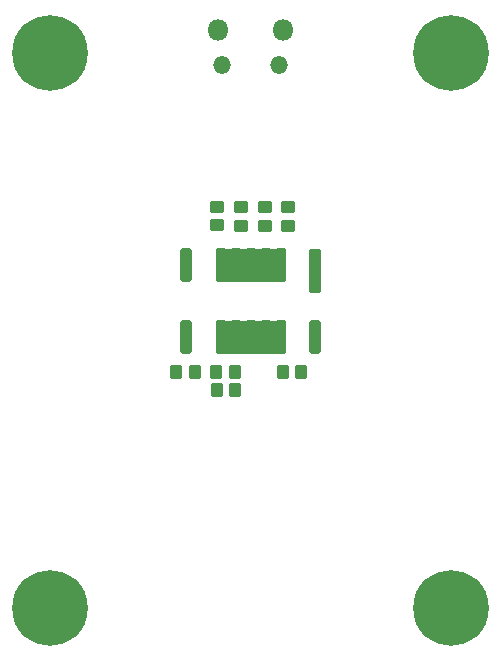
<source format=gbr>
%TF.GenerationSoftware,KiCad,Pcbnew,(6.99.0-1335-gdeb7a0beff)*%
%TF.CreationDate,2022-04-17T14:10:24+02:00*%
%TF.ProjectId,pcb_proto,7063625f-7072-46f7-946f-2e6b69636164,rev?*%
%TF.SameCoordinates,Original*%
%TF.FileFunction,Soldermask,Top*%
%TF.FilePolarity,Negative*%
%FSLAX46Y46*%
G04 Gerber Fmt 4.6, Leading zero omitted, Abs format (unit mm)*
G04 Created by KiCad (PCBNEW (6.99.0-1335-gdeb7a0beff)) date 2022-04-17 14:10:24*
%MOMM*%
%LPD*%
G01*
G04 APERTURE LIST*
G04 Aperture macros list*
%AMRoundRect*
0 Rectangle with rounded corners*
0 $1 Rounding radius*
0 $2 $3 $4 $5 $6 $7 $8 $9 X,Y pos of 4 corners*
0 Add a 4 corners polygon primitive as box body*
4,1,4,$2,$3,$4,$5,$6,$7,$8,$9,$2,$3,0*
0 Add four circle primitives for the rounded corners*
1,1,$1+$1,$2,$3*
1,1,$1+$1,$4,$5*
1,1,$1+$1,$6,$7*
1,1,$1+$1,$8,$9*
0 Add four rect primitives between the rounded corners*
20,1,$1+$1,$2,$3,$4,$5,0*
20,1,$1+$1,$4,$5,$6,$7,0*
20,1,$1+$1,$6,$7,$8,$9,0*
20,1,$1+$1,$8,$9,$2,$3,0*%
G04 Aperture macros list end*
%ADD10RoundRect,0.145000X0.405000X0.430000X-0.405000X0.430000X-0.405000X-0.430000X0.405000X-0.430000X0*%
%ADD11RoundRect,0.145000X-0.405000X-0.430000X0.405000X-0.430000X0.405000X0.430000X-0.405000X0.430000X0*%
%ADD12RoundRect,0.140000X-0.360000X-0.435000X0.360000X-0.435000X0.360000X0.435000X-0.360000X0.435000X0*%
%ADD13C,0.800000*%
%ADD14C,6.400000*%
%ADD15RoundRect,0.140000X-0.435000X0.360000X-0.435000X-0.360000X0.435000X-0.360000X0.435000X0.360000X0*%
%ADD16RoundRect,0.145000X-0.430000X0.405000X-0.430000X-0.405000X0.430000X-0.405000X0.430000X0.405000X0*%
%ADD17RoundRect,0.140000X0.360000X1.760000X-0.360000X1.760000X-0.360000X-1.760000X0.360000X-1.760000X0*%
%ADD18RoundRect,0.135000X0.315000X1.265000X-0.315000X1.265000X-0.315000X-1.265000X0.315000X-1.265000X0*%
%ADD19RoundRect,0.140000X0.360000X1.260000X-0.360000X1.260000X-0.360000X-1.260000X0.360000X-1.260000X0*%
%ADD20O,1.800000X1.800000*%
%ADD21O,1.500000X1.500000*%
G04 APERTURE END LIST*
%TO.C,U2*%
G36*
X132860000Y-83450000D02*
G01*
X127140000Y-83450000D01*
X127140000Y-80650000D01*
X132860000Y-80650000D01*
X132860000Y-83450000D01*
G37*
G36*
X132860000Y-77350000D02*
G01*
X127140000Y-77350000D01*
X127140000Y-74550000D01*
X132860000Y-74550000D01*
X132860000Y-77350000D01*
G37*
%TD*%
D10*
%TO.C,C4*%
X125275000Y-85000000D03*
X123725000Y-85000000D03*
%TD*%
D11*
%TO.C,C2*%
X132725000Y-85000000D03*
X134275000Y-85000000D03*
%TD*%
D12*
%TO.C,R4*%
X127075000Y-85000000D03*
X128725000Y-85000000D03*
%TD*%
D13*
%TO.C,H2*%
X110600000Y-105000000D03*
X111302944Y-103302944D03*
X111302944Y-106697056D03*
X113000000Y-102600000D03*
D14*
X113000000Y-105000000D03*
D13*
X113000000Y-107400000D03*
X114697056Y-103302944D03*
X114697056Y-106697056D03*
X115400000Y-105000000D03*
%TD*%
%TO.C,H3*%
X144600000Y-105000000D03*
X145302944Y-103302944D03*
X145302944Y-106697056D03*
X147000000Y-102600000D03*
D14*
X147000000Y-105000000D03*
D13*
X147000000Y-107400000D03*
X148697056Y-103302944D03*
X148697056Y-106697056D03*
X149400000Y-105000000D03*
%TD*%
D15*
%TO.C,R2*%
X131200000Y-70975000D03*
X131200000Y-72625000D03*
%TD*%
D11*
%TO.C,C3*%
X127125000Y-86500000D03*
X128675000Y-86500000D03*
%TD*%
D16*
%TO.C,C1*%
X127200000Y-71025000D03*
X127200000Y-72575000D03*
%TD*%
D15*
%TO.C,R1*%
X133200000Y-70975000D03*
X133200000Y-72625000D03*
%TD*%
D13*
%TO.C,H1*%
X110600000Y-58000000D03*
X111302944Y-56302944D03*
X111302944Y-59697056D03*
X113000000Y-55600000D03*
D14*
X113000000Y-58000000D03*
D13*
X113000000Y-60400000D03*
X114697056Y-56302944D03*
X114697056Y-59697056D03*
X115400000Y-58000000D03*
%TD*%
%TO.C,H4*%
X144600000Y-58000000D03*
X145302944Y-56302944D03*
X145302944Y-59697056D03*
X147000000Y-55600000D03*
D14*
X147000000Y-58000000D03*
D13*
X147000000Y-60400000D03*
X148697056Y-56302944D03*
X148697056Y-59697056D03*
X149400000Y-58000000D03*
%TD*%
D17*
%TO.C,U2*%
X135500000Y-76450000D03*
D18*
X132540000Y-75950000D03*
X131270000Y-75950000D03*
X130000000Y-75950000D03*
X128730000Y-75950000D03*
X127460000Y-75950000D03*
D19*
X124500000Y-75950000D03*
X124500000Y-82050000D03*
D18*
X127460000Y-82050000D03*
X128730000Y-82050000D03*
X130000000Y-82050000D03*
X131270000Y-82050000D03*
X132540000Y-82050000D03*
D19*
X135500000Y-82050000D03*
%TD*%
D15*
%TO.C,R3*%
X129200000Y-70975000D03*
X129200000Y-72625000D03*
%TD*%
D20*
%TO.C,U1*%
X132724999Y-55999999D03*
D21*
X132424999Y-59029999D03*
X127574999Y-59029999D03*
D20*
X127274999Y-55999999D03*
%TD*%
M02*

</source>
